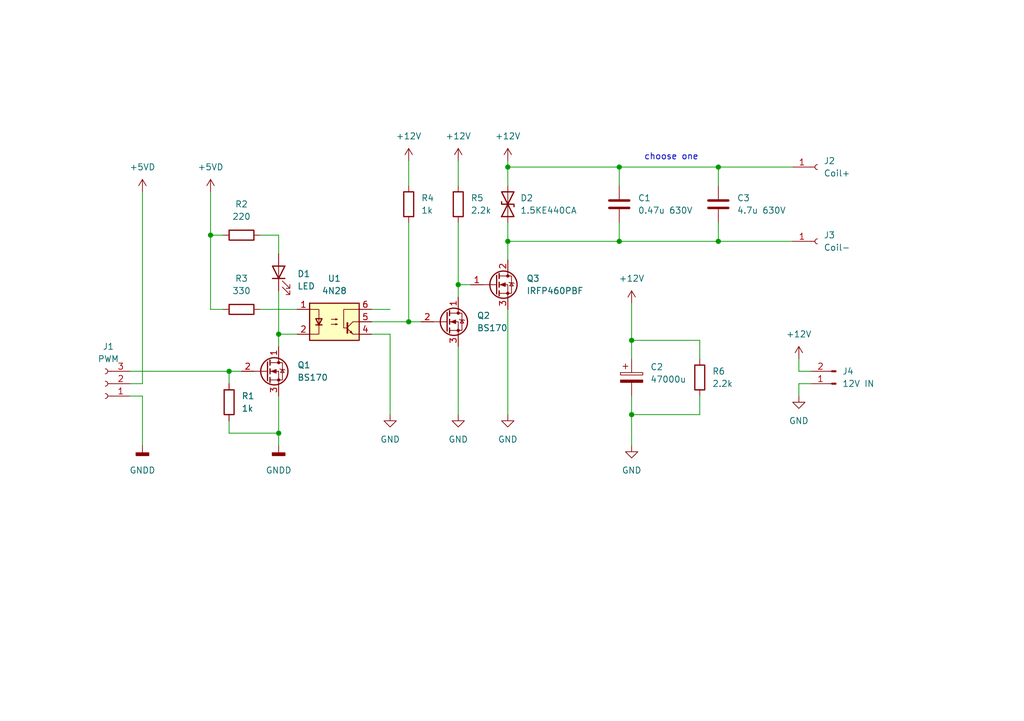
<source format=kicad_sch>
(kicad_sch (version 20211123) (generator eeschema)

  (uuid e63e39d7-6ac0-4ffd-8aa3-1841a4541b55)

  (paper "A5")

  (title_block
    (title "spark_calibrator")
    (rev "v01")
    (company "Author: felhub")
  )

  (lib_symbols
    (symbol "Connector:Conn_01x01_Female" (pin_names (offset 1.016) hide) (in_bom yes) (on_board yes)
      (property "Reference" "J" (id 0) (at 0 2.54 0)
        (effects (font (size 1.27 1.27)))
      )
      (property "Value" "Conn_01x01_Female" (id 1) (at 0 -2.54 0)
        (effects (font (size 1.27 1.27)))
      )
      (property "Footprint" "" (id 2) (at 0 0 0)
        (effects (font (size 1.27 1.27)) hide)
      )
      (property "Datasheet" "~" (id 3) (at 0 0 0)
        (effects (font (size 1.27 1.27)) hide)
      )
      (property "ki_keywords" "connector" (id 4) (at 0 0 0)
        (effects (font (size 1.27 1.27)) hide)
      )
      (property "ki_description" "Generic connector, single row, 01x01, script generated (kicad-library-utils/schlib/autogen/connector/)" (id 5) (at 0 0 0)
        (effects (font (size 1.27 1.27)) hide)
      )
      (property "ki_fp_filters" "Connector*:*" (id 6) (at 0 0 0)
        (effects (font (size 1.27 1.27)) hide)
      )
      (symbol "Conn_01x01_Female_1_1"
        (polyline
          (pts
            (xy -1.27 0)
            (xy -0.508 0)
          )
          (stroke (width 0.1524) (type default) (color 0 0 0 0))
          (fill (type none))
        )
        (arc (start 0 0.508) (mid -0.508 0) (end 0 -0.508)
          (stroke (width 0.1524) (type default) (color 0 0 0 0))
          (fill (type none))
        )
        (pin passive line (at -5.08 0 0) (length 3.81)
          (name "Pin_1" (effects (font (size 1.27 1.27))))
          (number "1" (effects (font (size 1.27 1.27))))
        )
      )
    )
    (symbol "Connector:Conn_01x02_Male" (pin_names (offset 1.016) hide) (in_bom yes) (on_board yes)
      (property "Reference" "J" (id 0) (at 0 2.54 0)
        (effects (font (size 1.27 1.27)))
      )
      (property "Value" "Conn_01x02_Male" (id 1) (at 0 -5.08 0)
        (effects (font (size 1.27 1.27)))
      )
      (property "Footprint" "" (id 2) (at 0 0 0)
        (effects (font (size 1.27 1.27)) hide)
      )
      (property "Datasheet" "~" (id 3) (at 0 0 0)
        (effects (font (size 1.27 1.27)) hide)
      )
      (property "ki_keywords" "connector" (id 4) (at 0 0 0)
        (effects (font (size 1.27 1.27)) hide)
      )
      (property "ki_description" "Generic connector, single row, 01x02, script generated (kicad-library-utils/schlib/autogen/connector/)" (id 5) (at 0 0 0)
        (effects (font (size 1.27 1.27)) hide)
      )
      (property "ki_fp_filters" "Connector*:*_1x??_*" (id 6) (at 0 0 0)
        (effects (font (size 1.27 1.27)) hide)
      )
      (symbol "Conn_01x02_Male_1_1"
        (polyline
          (pts
            (xy 1.27 -2.54)
            (xy 0.8636 -2.54)
          )
          (stroke (width 0.1524) (type default) (color 0 0 0 0))
          (fill (type none))
        )
        (polyline
          (pts
            (xy 1.27 0)
            (xy 0.8636 0)
          )
          (stroke (width 0.1524) (type default) (color 0 0 0 0))
          (fill (type none))
        )
        (rectangle (start 0.8636 -2.413) (end 0 -2.667)
          (stroke (width 0.1524) (type default) (color 0 0 0 0))
          (fill (type outline))
        )
        (rectangle (start 0.8636 0.127) (end 0 -0.127)
          (stroke (width 0.1524) (type default) (color 0 0 0 0))
          (fill (type outline))
        )
        (pin passive line (at 5.08 0 180) (length 3.81)
          (name "Pin_1" (effects (font (size 1.27 1.27))))
          (number "1" (effects (font (size 1.27 1.27))))
        )
        (pin passive line (at 5.08 -2.54 180) (length 3.81)
          (name "Pin_2" (effects (font (size 1.27 1.27))))
          (number "2" (effects (font (size 1.27 1.27))))
        )
      )
    )
    (symbol "Connector:Conn_01x03_Female" (pin_names (offset 1.016) hide) (in_bom yes) (on_board yes)
      (property "Reference" "J" (id 0) (at 0 5.08 0)
        (effects (font (size 1.27 1.27)))
      )
      (property "Value" "Conn_01x03_Female" (id 1) (at 0 -5.08 0)
        (effects (font (size 1.27 1.27)))
      )
      (property "Footprint" "" (id 2) (at 0 0 0)
        (effects (font (size 1.27 1.27)) hide)
      )
      (property "Datasheet" "~" (id 3) (at 0 0 0)
        (effects (font (size 1.27 1.27)) hide)
      )
      (property "ki_keywords" "connector" (id 4) (at 0 0 0)
        (effects (font (size 1.27 1.27)) hide)
      )
      (property "ki_description" "Generic connector, single row, 01x03, script generated (kicad-library-utils/schlib/autogen/connector/)" (id 5) (at 0 0 0)
        (effects (font (size 1.27 1.27)) hide)
      )
      (property "ki_fp_filters" "Connector*:*_1x??_*" (id 6) (at 0 0 0)
        (effects (font (size 1.27 1.27)) hide)
      )
      (symbol "Conn_01x03_Female_1_1"
        (arc (start 0 -2.032) (mid -0.508 -2.54) (end 0 -3.048)
          (stroke (width 0.1524) (type default) (color 0 0 0 0))
          (fill (type none))
        )
        (polyline
          (pts
            (xy -1.27 -2.54)
            (xy -0.508 -2.54)
          )
          (stroke (width 0.1524) (type default) (color 0 0 0 0))
          (fill (type none))
        )
        (polyline
          (pts
            (xy -1.27 0)
            (xy -0.508 0)
          )
          (stroke (width 0.1524) (type default) (color 0 0 0 0))
          (fill (type none))
        )
        (polyline
          (pts
            (xy -1.27 2.54)
            (xy -0.508 2.54)
          )
          (stroke (width 0.1524) (type default) (color 0 0 0 0))
          (fill (type none))
        )
        (arc (start 0 0.508) (mid -0.508 0) (end 0 -0.508)
          (stroke (width 0.1524) (type default) (color 0 0 0 0))
          (fill (type none))
        )
        (arc (start 0 3.048) (mid -0.508 2.54) (end 0 2.032)
          (stroke (width 0.1524) (type default) (color 0 0 0 0))
          (fill (type none))
        )
        (pin passive line (at -5.08 2.54 0) (length 3.81)
          (name "Pin_1" (effects (font (size 1.27 1.27))))
          (number "1" (effects (font (size 1.27 1.27))))
        )
        (pin passive line (at -5.08 0 0) (length 3.81)
          (name "Pin_2" (effects (font (size 1.27 1.27))))
          (number "2" (effects (font (size 1.27 1.27))))
        )
        (pin passive line (at -5.08 -2.54 0) (length 3.81)
          (name "Pin_3" (effects (font (size 1.27 1.27))))
          (number "3" (effects (font (size 1.27 1.27))))
        )
      )
    )
    (symbol "Device:C" (pin_numbers hide) (pin_names (offset 0.254)) (in_bom yes) (on_board yes)
      (property "Reference" "C" (id 0) (at 0.635 2.54 0)
        (effects (font (size 1.27 1.27)) (justify left))
      )
      (property "Value" "C" (id 1) (at 0.635 -2.54 0)
        (effects (font (size 1.27 1.27)) (justify left))
      )
      (property "Footprint" "" (id 2) (at 0.9652 -3.81 0)
        (effects (font (size 1.27 1.27)) hide)
      )
      (property "Datasheet" "~" (id 3) (at 0 0 0)
        (effects (font (size 1.27 1.27)) hide)
      )
      (property "ki_keywords" "cap capacitor" (id 4) (at 0 0 0)
        (effects (font (size 1.27 1.27)) hide)
      )
      (property "ki_description" "Unpolarized capacitor" (id 5) (at 0 0 0)
        (effects (font (size 1.27 1.27)) hide)
      )
      (property "ki_fp_filters" "C_*" (id 6) (at 0 0 0)
        (effects (font (size 1.27 1.27)) hide)
      )
      (symbol "C_0_1"
        (polyline
          (pts
            (xy -2.032 -0.762)
            (xy 2.032 -0.762)
          )
          (stroke (width 0.508) (type default) (color 0 0 0 0))
          (fill (type none))
        )
        (polyline
          (pts
            (xy -2.032 0.762)
            (xy 2.032 0.762)
          )
          (stroke (width 0.508) (type default) (color 0 0 0 0))
          (fill (type none))
        )
      )
      (symbol "C_1_1"
        (pin passive line (at 0 3.81 270) (length 2.794)
          (name "~" (effects (font (size 1.27 1.27))))
          (number "1" (effects (font (size 1.27 1.27))))
        )
        (pin passive line (at 0 -3.81 90) (length 2.794)
          (name "~" (effects (font (size 1.27 1.27))))
          (number "2" (effects (font (size 1.27 1.27))))
        )
      )
    )
    (symbol "Device:C_Polarized" (pin_numbers hide) (pin_names (offset 0.254)) (in_bom yes) (on_board yes)
      (property "Reference" "C" (id 0) (at 0.635 2.54 0)
        (effects (font (size 1.27 1.27)) (justify left))
      )
      (property "Value" "C_Polarized" (id 1) (at 0.635 -2.54 0)
        (effects (font (size 1.27 1.27)) (justify left))
      )
      (property "Footprint" "" (id 2) (at 0.9652 -3.81 0)
        (effects (font (size 1.27 1.27)) hide)
      )
      (property "Datasheet" "~" (id 3) (at 0 0 0)
        (effects (font (size 1.27 1.27)) hide)
      )
      (property "ki_keywords" "cap capacitor" (id 4) (at 0 0 0)
        (effects (font (size 1.27 1.27)) hide)
      )
      (property "ki_description" "Polarized capacitor" (id 5) (at 0 0 0)
        (effects (font (size 1.27 1.27)) hide)
      )
      (property "ki_fp_filters" "CP_*" (id 6) (at 0 0 0)
        (effects (font (size 1.27 1.27)) hide)
      )
      (symbol "C_Polarized_0_1"
        (rectangle (start -2.286 0.508) (end 2.286 1.016)
          (stroke (width 0) (type default) (color 0 0 0 0))
          (fill (type none))
        )
        (polyline
          (pts
            (xy -1.778 2.286)
            (xy -0.762 2.286)
          )
          (stroke (width 0) (type default) (color 0 0 0 0))
          (fill (type none))
        )
        (polyline
          (pts
            (xy -1.27 2.794)
            (xy -1.27 1.778)
          )
          (stroke (width 0) (type default) (color 0 0 0 0))
          (fill (type none))
        )
        (rectangle (start 2.286 -0.508) (end -2.286 -1.016)
          (stroke (width 0) (type default) (color 0 0 0 0))
          (fill (type outline))
        )
      )
      (symbol "C_Polarized_1_1"
        (pin passive line (at 0 3.81 270) (length 2.794)
          (name "~" (effects (font (size 1.27 1.27))))
          (number "1" (effects (font (size 1.27 1.27))))
        )
        (pin passive line (at 0 -3.81 90) (length 2.794)
          (name "~" (effects (font (size 1.27 1.27))))
          (number "2" (effects (font (size 1.27 1.27))))
        )
      )
    )
    (symbol "Device:D_TVS" (pin_numbers hide) (pin_names (offset 1.016) hide) (in_bom yes) (on_board yes)
      (property "Reference" "D" (id 0) (at 0 2.54 0)
        (effects (font (size 1.27 1.27)))
      )
      (property "Value" "D_TVS" (id 1) (at 0 -2.54 0)
        (effects (font (size 1.27 1.27)))
      )
      (property "Footprint" "" (id 2) (at 0 0 0)
        (effects (font (size 1.27 1.27)) hide)
      )
      (property "Datasheet" "~" (id 3) (at 0 0 0)
        (effects (font (size 1.27 1.27)) hide)
      )
      (property "ki_keywords" "diode TVS thyrector" (id 4) (at 0 0 0)
        (effects (font (size 1.27 1.27)) hide)
      )
      (property "ki_description" "Bidirectional transient-voltage-suppression diode" (id 5) (at 0 0 0)
        (effects (font (size 1.27 1.27)) hide)
      )
      (property "ki_fp_filters" "TO-???* *_Diode_* *SingleDiode* D_*" (id 6) (at 0 0 0)
        (effects (font (size 1.27 1.27)) hide)
      )
      (symbol "D_TVS_0_1"
        (polyline
          (pts
            (xy 1.27 0)
            (xy -1.27 0)
          )
          (stroke (width 0) (type default) (color 0 0 0 0))
          (fill (type none))
        )
        (polyline
          (pts
            (xy 0.508 1.27)
            (xy 0 1.27)
            (xy 0 -1.27)
            (xy -0.508 -1.27)
          )
          (stroke (width 0.254) (type default) (color 0 0 0 0))
          (fill (type none))
        )
        (polyline
          (pts
            (xy -2.54 1.27)
            (xy -2.54 -1.27)
            (xy 2.54 1.27)
            (xy 2.54 -1.27)
            (xy -2.54 1.27)
          )
          (stroke (width 0.254) (type default) (color 0 0 0 0))
          (fill (type none))
        )
      )
      (symbol "D_TVS_1_1"
        (pin passive line (at -3.81 0 0) (length 2.54)
          (name "A1" (effects (font (size 1.27 1.27))))
          (number "1" (effects (font (size 1.27 1.27))))
        )
        (pin passive line (at 3.81 0 180) (length 2.54)
          (name "A2" (effects (font (size 1.27 1.27))))
          (number "2" (effects (font (size 1.27 1.27))))
        )
      )
    )
    (symbol "Device:LED" (pin_numbers hide) (pin_names (offset 1.016) hide) (in_bom yes) (on_board yes)
      (property "Reference" "D" (id 0) (at 0 2.54 0)
        (effects (font (size 1.27 1.27)))
      )
      (property "Value" "LED" (id 1) (at 0 -2.54 0)
        (effects (font (size 1.27 1.27)))
      )
      (property "Footprint" "" (id 2) (at 0 0 0)
        (effects (font (size 1.27 1.27)) hide)
      )
      (property "Datasheet" "~" (id 3) (at 0 0 0)
        (effects (font (size 1.27 1.27)) hide)
      )
      (property "ki_keywords" "LED diode" (id 4) (at 0 0 0)
        (effects (font (size 1.27 1.27)) hide)
      )
      (property "ki_description" "Light emitting diode" (id 5) (at 0 0 0)
        (effects (font (size 1.27 1.27)) hide)
      )
      (property "ki_fp_filters" "LED* LED_SMD:* LED_THT:*" (id 6) (at 0 0 0)
        (effects (font (size 1.27 1.27)) hide)
      )
      (symbol "LED_0_1"
        (polyline
          (pts
            (xy -1.27 -1.27)
            (xy -1.27 1.27)
          )
          (stroke (width 0.254) (type default) (color 0 0 0 0))
          (fill (type none))
        )
        (polyline
          (pts
            (xy -1.27 0)
            (xy 1.27 0)
          )
          (stroke (width 0) (type default) (color 0 0 0 0))
          (fill (type none))
        )
        (polyline
          (pts
            (xy 1.27 -1.27)
            (xy 1.27 1.27)
            (xy -1.27 0)
            (xy 1.27 -1.27)
          )
          (stroke (width 0.254) (type default) (color 0 0 0 0))
          (fill (type none))
        )
        (polyline
          (pts
            (xy -3.048 -0.762)
            (xy -4.572 -2.286)
            (xy -3.81 -2.286)
            (xy -4.572 -2.286)
            (xy -4.572 -1.524)
          )
          (stroke (width 0) (type default) (color 0 0 0 0))
          (fill (type none))
        )
        (polyline
          (pts
            (xy -1.778 -0.762)
            (xy -3.302 -2.286)
            (xy -2.54 -2.286)
            (xy -3.302 -2.286)
            (xy -3.302 -1.524)
          )
          (stroke (width 0) (type default) (color 0 0 0 0))
          (fill (type none))
        )
      )
      (symbol "LED_1_1"
        (pin passive line (at -3.81 0 0) (length 2.54)
          (name "K" (effects (font (size 1.27 1.27))))
          (number "1" (effects (font (size 1.27 1.27))))
        )
        (pin passive line (at 3.81 0 180) (length 2.54)
          (name "A" (effects (font (size 1.27 1.27))))
          (number "2" (effects (font (size 1.27 1.27))))
        )
      )
    )
    (symbol "Device:Q_NMOS_GDS" (pin_names (offset 0) hide) (in_bom yes) (on_board yes)
      (property "Reference" "Q" (id 0) (at 5.08 1.27 0)
        (effects (font (size 1.27 1.27)) (justify left))
      )
      (property "Value" "Q_NMOS_GDS" (id 1) (at 5.08 -1.27 0)
        (effects (font (size 1.27 1.27)) (justify left))
      )
      (property "Footprint" "" (id 2) (at 5.08 2.54 0)
        (effects (font (size 1.27 1.27)) hide)
      )
      (property "Datasheet" "~" (id 3) (at 0 0 0)
        (effects (font (size 1.27 1.27)) hide)
      )
      (property "ki_keywords" "transistor NMOS N-MOS N-MOSFET" (id 4) (at 0 0 0)
        (effects (font (size 1.27 1.27)) hide)
      )
      (property "ki_description" "N-MOSFET transistor, gate/drain/source" (id 5) (at 0 0 0)
        (effects (font (size 1.27 1.27)) hide)
      )
      (symbol "Q_NMOS_GDS_0_1"
        (polyline
          (pts
            (xy 0.254 0)
            (xy -2.54 0)
          )
          (stroke (width 0) (type default) (color 0 0 0 0))
          (fill (type none))
        )
        (polyline
          (pts
            (xy 0.254 1.905)
            (xy 0.254 -1.905)
          )
          (stroke (width 0.254) (type default) (color 0 0 0 0))
          (fill (type none))
        )
        (polyline
          (pts
            (xy 0.762 -1.27)
            (xy 0.762 -2.286)
          )
          (stroke (width 0.254) (type default) (color 0 0 0 0))
          (fill (type none))
        )
        (polyline
          (pts
            (xy 0.762 0.508)
            (xy 0.762 -0.508)
          )
          (stroke (width 0.254) (type default) (color 0 0 0 0))
          (fill (type none))
        )
        (polyline
          (pts
            (xy 0.762 2.286)
            (xy 0.762 1.27)
          )
          (stroke (width 0.254) (type default) (color 0 0 0 0))
          (fill (type none))
        )
        (polyline
          (pts
            (xy 2.54 2.54)
            (xy 2.54 1.778)
          )
          (stroke (width 0) (type default) (color 0 0 0 0))
          (fill (type none))
        )
        (polyline
          (pts
            (xy 2.54 -2.54)
            (xy 2.54 0)
            (xy 0.762 0)
          )
          (stroke (width 0) (type default) (color 0 0 0 0))
          (fill (type none))
        )
        (polyline
          (pts
            (xy 0.762 -1.778)
            (xy 3.302 -1.778)
            (xy 3.302 1.778)
            (xy 0.762 1.778)
          )
          (stroke (width 0) (type default) (color 0 0 0 0))
          (fill (type none))
        )
        (polyline
          (pts
            (xy 1.016 0)
            (xy 2.032 0.381)
            (xy 2.032 -0.381)
            (xy 1.016 0)
          )
          (stroke (width 0) (type default) (color 0 0 0 0))
          (fill (type outline))
        )
        (polyline
          (pts
            (xy 2.794 0.508)
            (xy 2.921 0.381)
            (xy 3.683 0.381)
            (xy 3.81 0.254)
          )
          (stroke (width 0) (type default) (color 0 0 0 0))
          (fill (type none))
        )
        (polyline
          (pts
            (xy 3.302 0.381)
            (xy 2.921 -0.254)
            (xy 3.683 -0.254)
            (xy 3.302 0.381)
          )
          (stroke (width 0) (type default) (color 0 0 0 0))
          (fill (type none))
        )
        (circle (center 1.651 0) (radius 2.794)
          (stroke (width 0.254) (type default) (color 0 0 0 0))
          (fill (type none))
        )
        (circle (center 2.54 -1.778) (radius 0.254)
          (stroke (width 0) (type default) (color 0 0 0 0))
          (fill (type outline))
        )
        (circle (center 2.54 1.778) (radius 0.254)
          (stroke (width 0) (type default) (color 0 0 0 0))
          (fill (type outline))
        )
      )
      (symbol "Q_NMOS_GDS_1_1"
        (pin input line (at -5.08 0 0) (length 2.54)
          (name "G" (effects (font (size 1.27 1.27))))
          (number "1" (effects (font (size 1.27 1.27))))
        )
        (pin passive line (at 2.54 5.08 270) (length 2.54)
          (name "D" (effects (font (size 1.27 1.27))))
          (number "2" (effects (font (size 1.27 1.27))))
        )
        (pin passive line (at 2.54 -5.08 90) (length 2.54)
          (name "S" (effects (font (size 1.27 1.27))))
          (number "3" (effects (font (size 1.27 1.27))))
        )
      )
    )
    (symbol "Device:R" (pin_numbers hide) (pin_names (offset 0)) (in_bom yes) (on_board yes)
      (property "Reference" "R" (id 0) (at 2.032 0 90)
        (effects (font (size 1.27 1.27)))
      )
      (property "Value" "R" (id 1) (at 0 0 90)
        (effects (font (size 1.27 1.27)))
      )
      (property "Footprint" "" (id 2) (at -1.778 0 90)
        (effects (font (size 1.27 1.27)) hide)
      )
      (property "Datasheet" "~" (id 3) (at 0 0 0)
        (effects (font (size 1.27 1.27)) hide)
      )
      (property "ki_keywords" "R res resistor" (id 4) (at 0 0 0)
        (effects (font (size 1.27 1.27)) hide)
      )
      (property "ki_description" "Resistor" (id 5) (at 0 0 0)
        (effects (font (size 1.27 1.27)) hide)
      )
      (property "ki_fp_filters" "R_*" (id 6) (at 0 0 0)
        (effects (font (size 1.27 1.27)) hide)
      )
      (symbol "R_0_1"
        (rectangle (start -1.016 -2.54) (end 1.016 2.54)
          (stroke (width 0.254) (type default) (color 0 0 0 0))
          (fill (type none))
        )
      )
      (symbol "R_1_1"
        (pin passive line (at 0 3.81 270) (length 1.27)
          (name "~" (effects (font (size 1.27 1.27))))
          (number "1" (effects (font (size 1.27 1.27))))
        )
        (pin passive line (at 0 -3.81 90) (length 1.27)
          (name "~" (effects (font (size 1.27 1.27))))
          (number "2" (effects (font (size 1.27 1.27))))
        )
      )
    )
    (symbol "Isolator:4N28" (pin_names (offset 1.016)) (in_bom yes) (on_board yes)
      (property "Reference" "U" (id 0) (at -5.08 5.08 0)
        (effects (font (size 1.27 1.27)) (justify left))
      )
      (property "Value" "4N28" (id 1) (at 0 5.08 0)
        (effects (font (size 1.27 1.27)) (justify left))
      )
      (property "Footprint" "Package_DIP:DIP-6_W7.62mm" (id 2) (at -5.08 -5.08 0)
        (effects (font (size 1.27 1.27) italic) (justify left) hide)
      )
      (property "Datasheet" "https://www.vishay.com/docs/83725/4n25.pdf" (id 3) (at 0 0 0)
        (effects (font (size 1.27 1.27)) (justify left) hide)
      )
      (property "ki_keywords" "NPN DC Optocoupler Base Connected" (id 4) (at 0 0 0)
        (effects (font (size 1.27 1.27)) hide)
      )
      (property "ki_description" "DC Optocoupler Base Connected, Vce 30V, CTR 10%, Viso 2500V, DIP6" (id 5) (at 0 0 0)
        (effects (font (size 1.27 1.27)) hide)
      )
      (property "ki_fp_filters" "DIP*W7.62mm*" (id 6) (at 0 0 0)
        (effects (font (size 1.27 1.27)) hide)
      )
      (symbol "4N28_0_1"
        (rectangle (start -5.08 3.81) (end 5.08 -3.81)
          (stroke (width 0.254) (type default) (color 0 0 0 0))
          (fill (type background))
        )
        (polyline
          (pts
            (xy -3.81 -0.635)
            (xy -2.54 -0.635)
          )
          (stroke (width 0.254) (type default) (color 0 0 0 0))
          (fill (type none))
        )
        (polyline
          (pts
            (xy 2.667 -1.397)
            (xy 3.81 -2.54)
          )
          (stroke (width 0) (type default) (color 0 0 0 0))
          (fill (type none))
        )
        (polyline
          (pts
            (xy 2.667 -1.143)
            (xy 3.81 0)
          )
          (stroke (width 0) (type default) (color 0 0 0 0))
          (fill (type none))
        )
        (polyline
          (pts
            (xy 3.81 -2.54)
            (xy 5.08 -2.54)
          )
          (stroke (width 0) (type default) (color 0 0 0 0))
          (fill (type none))
        )
        (polyline
          (pts
            (xy 3.81 0)
            (xy 5.08 0)
          )
          (stroke (width 0) (type default) (color 0 0 0 0))
          (fill (type none))
        )
        (polyline
          (pts
            (xy 2.667 -0.254)
            (xy 2.667 -2.286)
            (xy 2.667 -2.286)
          )
          (stroke (width 0.3556) (type default) (color 0 0 0 0))
          (fill (type none))
        )
        (polyline
          (pts
            (xy -5.08 -2.54)
            (xy -3.175 -2.54)
            (xy -3.175 2.54)
            (xy -5.08 2.54)
          )
          (stroke (width 0) (type default) (color 0 0 0 0))
          (fill (type none))
        )
        (polyline
          (pts
            (xy -3.175 -0.635)
            (xy -3.81 0.635)
            (xy -2.54 0.635)
            (xy -3.175 -0.635)
          )
          (stroke (width 0.254) (type default) (color 0 0 0 0))
          (fill (type none))
        )
        (polyline
          (pts
            (xy 3.683 -2.413)
            (xy 3.429 -1.905)
            (xy 3.175 -2.159)
            (xy 3.683 -2.413)
          )
          (stroke (width 0) (type default) (color 0 0 0 0))
          (fill (type none))
        )
        (polyline
          (pts
            (xy 5.08 2.54)
            (xy 1.905 2.54)
            (xy 1.905 -1.27)
            (xy 2.54 -1.27)
          )
          (stroke (width 0) (type default) (color 0 0 0 0))
          (fill (type none))
        )
        (polyline
          (pts
            (xy -0.635 -0.508)
            (xy 0.635 -0.508)
            (xy 0.254 -0.635)
            (xy 0.254 -0.381)
            (xy 0.635 -0.508)
          )
          (stroke (width 0) (type default) (color 0 0 0 0))
          (fill (type none))
        )
        (polyline
          (pts
            (xy -0.635 0.508)
            (xy 0.635 0.508)
            (xy 0.254 0.381)
            (xy 0.254 0.635)
            (xy 0.635 0.508)
          )
          (stroke (width 0) (type default) (color 0 0 0 0))
          (fill (type none))
        )
      )
      (symbol "4N28_1_1"
        (pin passive line (at -7.62 2.54 0) (length 2.54)
          (name "~" (effects (font (size 1.27 1.27))))
          (number "1" (effects (font (size 1.27 1.27))))
        )
        (pin passive line (at -7.62 -2.54 0) (length 2.54)
          (name "~" (effects (font (size 1.27 1.27))))
          (number "2" (effects (font (size 1.27 1.27))))
        )
        (pin no_connect line (at -5.08 0 0) (length 2.54) hide
          (name "NC" (effects (font (size 1.27 1.27))))
          (number "3" (effects (font (size 1.27 1.27))))
        )
        (pin passive line (at 7.62 -2.54 180) (length 2.54)
          (name "~" (effects (font (size 1.27 1.27))))
          (number "4" (effects (font (size 1.27 1.27))))
        )
        (pin passive line (at 7.62 0 180) (length 2.54)
          (name "~" (effects (font (size 1.27 1.27))))
          (number "5" (effects (font (size 1.27 1.27))))
        )
        (pin passive line (at 7.62 2.54 180) (length 2.54)
          (name "~" (effects (font (size 1.27 1.27))))
          (number "6" (effects (font (size 1.27 1.27))))
        )
      )
    )
    (symbol "Transistor_FET:BS170" (pin_names hide) (in_bom yes) (on_board yes)
      (property "Reference" "Q" (id 0) (at 5.08 1.905 0)
        (effects (font (size 1.27 1.27)) (justify left))
      )
      (property "Value" "BS170" (id 1) (at 5.08 0 0)
        (effects (font (size 1.27 1.27)) (justify left))
      )
      (property "Footprint" "Package_TO_SOT_THT:TO-92_Inline" (id 2) (at 5.08 -1.905 0)
        (effects (font (size 1.27 1.27) italic) (justify left) hide)
      )
      (property "Datasheet" "https://www.onsemi.com/pub/Collateral/BS170-D.PDF" (id 3) (at 0 0 0)
        (effects (font (size 1.27 1.27)) (justify left) hide)
      )
      (property "ki_keywords" "N-Channel MOSFET" (id 4) (at 0 0 0)
        (effects (font (size 1.27 1.27)) hide)
      )
      (property "ki_description" "0.5A Id, 60V Vds, N-Channel MOSFET, TO-92" (id 5) (at 0 0 0)
        (effects (font (size 1.27 1.27)) hide)
      )
      (property "ki_fp_filters" "TO?92*" (id 6) (at 0 0 0)
        (effects (font (size 1.27 1.27)) hide)
      )
      (symbol "BS170_0_1"
        (polyline
          (pts
            (xy 0.254 0)
            (xy -2.54 0)
          )
          (stroke (width 0) (type default) (color 0 0 0 0))
          (fill (type none))
        )
        (polyline
          (pts
            (xy 0.254 1.905)
            (xy 0.254 -1.905)
          )
          (stroke (width 0.254) (type default) (color 0 0 0 0))
          (fill (type none))
        )
        (polyline
          (pts
            (xy 0.762 -1.27)
            (xy 0.762 -2.286)
          )
          (stroke (width 0.254) (type default) (color 0 0 0 0))
          (fill (type none))
        )
        (polyline
          (pts
            (xy 0.762 0.508)
            (xy 0.762 -0.508)
          )
          (stroke (width 0.254) (type default) (color 0 0 0 0))
          (fill (type none))
        )
        (polyline
          (pts
            (xy 0.762 2.286)
            (xy 0.762 1.27)
          )
          (stroke (width 0.254) (type default) (color 0 0 0 0))
          (fill (type none))
        )
        (polyline
          (pts
            (xy 2.54 2.54)
            (xy 2.54 1.778)
          )
          (stroke (width 0) (type default) (color 0 0 0 0))
          (fill (type none))
        )
        (polyline
          (pts
            (xy 2.54 -2.54)
            (xy 2.54 0)
            (xy 0.762 0)
          )
          (stroke (width 0) (type default) (color 0 0 0 0))
          (fill (type none))
        )
        (polyline
          (pts
            (xy 0.762 -1.778)
            (xy 3.302 -1.778)
            (xy 3.302 1.778)
            (xy 0.762 1.778)
          )
          (stroke (width 0) (type default) (color 0 0 0 0))
          (fill (type none))
        )
        (polyline
          (pts
            (xy 1.016 0)
            (xy 2.032 0.381)
            (xy 2.032 -0.381)
            (xy 1.016 0)
          )
          (stroke (width 0) (type default) (color 0 0 0 0))
          (fill (type outline))
        )
        (polyline
          (pts
            (xy 2.794 0.508)
            (xy 2.921 0.381)
            (xy 3.683 0.381)
            (xy 3.81 0.254)
          )
          (stroke (width 0) (type default) (color 0 0 0 0))
          (fill (type none))
        )
        (polyline
          (pts
            (xy 3.302 0.381)
            (xy 2.921 -0.254)
            (xy 3.683 -0.254)
            (xy 3.302 0.381)
          )
          (stroke (width 0) (type default) (color 0 0 0 0))
          (fill (type none))
        )
        (circle (center 1.651 0) (radius 2.794)
          (stroke (width 0.254) (type default) (color 0 0 0 0))
          (fill (type none))
        )
        (circle (center 2.54 -1.778) (radius 0.254)
          (stroke (width 0) (type default) (color 0 0 0 0))
          (fill (type outline))
        )
        (circle (center 2.54 1.778) (radius 0.254)
          (stroke (width 0) (type default) (color 0 0 0 0))
          (fill (type outline))
        )
      )
      (symbol "BS170_1_1"
        (pin passive line (at 2.54 5.08 270) (length 2.54)
          (name "D" (effects (font (size 1.27 1.27))))
          (number "1" (effects (font (size 1.27 1.27))))
        )
        (pin input line (at -5.08 0 0) (length 2.54)
          (name "G" (effects (font (size 1.27 1.27))))
          (number "2" (effects (font (size 1.27 1.27))))
        )
        (pin passive line (at 2.54 -5.08 90) (length 2.54)
          (name "S" (effects (font (size 1.27 1.27))))
          (number "3" (effects (font (size 1.27 1.27))))
        )
      )
    )
    (symbol "power:+12V" (power) (pin_names (offset 0)) (in_bom yes) (on_board yes)
      (property "Reference" "#PWR" (id 0) (at 0 -3.81 0)
        (effects (font (size 1.27 1.27)) hide)
      )
      (property "Value" "+12V" (id 1) (at 0 3.556 0)
        (effects (font (size 1.27 1.27)))
      )
      (property "Footprint" "" (id 2) (at 0 0 0)
        (effects (font (size 1.27 1.27)) hide)
      )
      (property "Datasheet" "" (id 3) (at 0 0 0)
        (effects (font (size 1.27 1.27)) hide)
      )
      (property "ki_keywords" "power-flag" (id 4) (at 0 0 0)
        (effects (font (size 1.27 1.27)) hide)
      )
      (property "ki_description" "Power symbol creates a global label with name \"+12V\"" (id 5) (at 0 0 0)
        (effects (font (size 1.27 1.27)) hide)
      )
      (symbol "+12V_0_1"
        (polyline
          (pts
            (xy -0.762 1.27)
            (xy 0 2.54)
          )
          (stroke (width 0) (type default) (color 0 0 0 0))
          (fill (type none))
        )
        (polyline
          (pts
            (xy 0 0)
            (xy 0 2.54)
          )
          (stroke (width 0) (type default) (color 0 0 0 0))
          (fill (type none))
        )
        (polyline
          (pts
            (xy 0 2.54)
            (xy 0.762 1.27)
          )
          (stroke (width 0) (type default) (color 0 0 0 0))
          (fill (type none))
        )
      )
      (symbol "+12V_1_1"
        (pin power_in line (at 0 0 90) (length 0) hide
          (name "+12V" (effects (font (size 1.27 1.27))))
          (number "1" (effects (font (size 1.27 1.27))))
        )
      )
    )
    (symbol "power:+5VD" (power) (pin_names (offset 0)) (in_bom yes) (on_board yes)
      (property "Reference" "#PWR" (id 0) (at 0 -3.81 0)
        (effects (font (size 1.27 1.27)) hide)
      )
      (property "Value" "+5VD" (id 1) (at 0 3.556 0)
        (effects (font (size 1.27 1.27)))
      )
      (property "Footprint" "" (id 2) (at 0 0 0)
        (effects (font (size 1.27 1.27)) hide)
      )
      (property "Datasheet" "" (id 3) (at 0 0 0)
        (effects (font (size 1.27 1.27)) hide)
      )
      (property "ki_keywords" "power-flag" (id 4) (at 0 0 0)
        (effects (font (size 1.27 1.27)) hide)
      )
      (property "ki_description" "Power symbol creates a global label with name \"+5VD\"" (id 5) (at 0 0 0)
        (effects (font (size 1.27 1.27)) hide)
      )
      (symbol "+5VD_0_1"
        (polyline
          (pts
            (xy -0.762 1.27)
            (xy 0 2.54)
          )
          (stroke (width 0) (type default) (color 0 0 0 0))
          (fill (type none))
        )
        (polyline
          (pts
            (xy 0 0)
            (xy 0 2.54)
          )
          (stroke (width 0) (type default) (color 0 0 0 0))
          (fill (type none))
        )
        (polyline
          (pts
            (xy 0 2.54)
            (xy 0.762 1.27)
          )
          (stroke (width 0) (type default) (color 0 0 0 0))
          (fill (type none))
        )
      )
      (symbol "+5VD_1_1"
        (pin power_in line (at 0 0 90) (length 0) hide
          (name "+5VD" (effects (font (size 1.27 1.27))))
          (number "1" (effects (font (size 1.27 1.27))))
        )
      )
    )
    (symbol "power:GND" (power) (pin_names (offset 0)) (in_bom yes) (on_board yes)
      (property "Reference" "#PWR" (id 0) (at 0 -6.35 0)
        (effects (font (size 1.27 1.27)) hide)
      )
      (property "Value" "GND" (id 1) (at 0 -3.81 0)
        (effects (font (size 1.27 1.27)))
      )
      (property "Footprint" "" (id 2) (at 0 0 0)
        (effects (font (size 1.27 1.27)) hide)
      )
      (property "Datasheet" "" (id 3) (at 0 0 0)
        (effects (font (size 1.27 1.27)) hide)
      )
      (property "ki_keywords" "power-flag" (id 4) (at 0 0 0)
        (effects (font (size 1.27 1.27)) hide)
      )
      (property "ki_description" "Power symbol creates a global label with name \"GND\" , ground" (id 5) (at 0 0 0)
        (effects (font (size 1.27 1.27)) hide)
      )
      (symbol "GND_0_1"
        (polyline
          (pts
            (xy 0 0)
            (xy 0 -1.27)
            (xy 1.27 -1.27)
            (xy 0 -2.54)
            (xy -1.27 -1.27)
            (xy 0 -1.27)
          )
          (stroke (width 0) (type default) (color 0 0 0 0))
          (fill (type none))
        )
      )
      (symbol "GND_1_1"
        (pin power_in line (at 0 0 270) (length 0) hide
          (name "GND" (effects (font (size 1.27 1.27))))
          (number "1" (effects (font (size 1.27 1.27))))
        )
      )
    )
    (symbol "power:GNDD" (power) (pin_names (offset 0)) (in_bom yes) (on_board yes)
      (property "Reference" "#PWR" (id 0) (at 0 -6.35 0)
        (effects (font (size 1.27 1.27)) hide)
      )
      (property "Value" "GNDD" (id 1) (at 0 -3.175 0)
        (effects (font (size 1.27 1.27)))
      )
      (property "Footprint" "" (id 2) (at 0 0 0)
        (effects (font (size 1.27 1.27)) hide)
      )
      (property "Datasheet" "" (id 3) (at 0 0 0)
        (effects (font (size 1.27 1.27)) hide)
      )
      (property "ki_keywords" "power-flag" (id 4) (at 0 0 0)
        (effects (font (size 1.27 1.27)) hide)
      )
      (property "ki_description" "Power symbol creates a global label with name \"GNDD\" , digital ground" (id 5) (at 0 0 0)
        (effects (font (size 1.27 1.27)) hide)
      )
      (symbol "GNDD_0_1"
        (rectangle (start -1.27 -1.524) (end 1.27 -2.032)
          (stroke (width 0.254) (type default) (color 0 0 0 0))
          (fill (type outline))
        )
        (polyline
          (pts
            (xy 0 0)
            (xy 0 -1.524)
          )
          (stroke (width 0) (type default) (color 0 0 0 0))
          (fill (type none))
        )
      )
      (symbol "GNDD_1_1"
        (pin power_in line (at 0 0 270) (length 0) hide
          (name "GNDD" (effects (font (size 1.27 1.27))))
          (number "1" (effects (font (size 1.27 1.27))))
        )
      )
    )
  )

  (junction (at 127 34.29) (diameter 0) (color 0 0 0 0)
    (uuid 16b8eb60-80f0-442d-8743-a5c8fa03e869)
  )
  (junction (at 129.54 69.85) (diameter 0) (color 0 0 0 0)
    (uuid 23c27d09-8e6c-485e-992d-9b8ede87e6dc)
  )
  (junction (at 93.98 58.42) (diameter 0) (color 0 0 0 0)
    (uuid 56cd4d5b-129a-4cf8-9eb6-c8fc63a1a3ab)
  )
  (junction (at 46.99 76.2) (diameter 0) (color 0 0 0 0)
    (uuid 5828021f-4c7a-4d8d-b434-1601ca6e3bc7)
  )
  (junction (at 147.32 34.29) (diameter 0) (color 0 0 0 0)
    (uuid 59f73958-ed72-42ad-925d-938123b73d0b)
  )
  (junction (at 104.14 49.53) (diameter 0) (color 0 0 0 0)
    (uuid 6c1e9e68-4e75-4eed-9712-c74d7eebfaa3)
  )
  (junction (at 83.82 66.04) (diameter 0) (color 0 0 0 0)
    (uuid 7260ab9b-6a4f-43d1-8966-6ee8bb451cf0)
  )
  (junction (at 104.14 34.29) (diameter 0) (color 0 0 0 0)
    (uuid 78fe10b4-84bd-4aa1-9957-bccabadf5bad)
  )
  (junction (at 57.15 68.58) (diameter 0) (color 0 0 0 0)
    (uuid 7b8bbc5c-689c-4e2d-95fa-6c221ac250d9)
  )
  (junction (at 147.32 49.53) (diameter 0) (color 0 0 0 0)
    (uuid 85872e8a-9e1d-49fa-bc3f-8c6b7ab64732)
  )
  (junction (at 43.18 48.26) (diameter 0) (color 0 0 0 0)
    (uuid b2a6c731-a27f-4921-a005-90f6c1292825)
  )
  (junction (at 129.54 85.09) (diameter 0) (color 0 0 0 0)
    (uuid bb4977c1-c5ea-4d5a-ba70-903e7a0f4d2e)
  )
  (junction (at 127 49.53) (diameter 0) (color 0 0 0 0)
    (uuid e0c3cfb6-c1df-42ef-b490-624c6637e557)
  )
  (junction (at 57.15 88.9) (diameter 0) (color 0 0 0 0)
    (uuid ea77dbb4-3f57-4adb-8198-b40761cee7e2)
  )

  (wire (pts (xy 143.51 81.28) (xy 143.51 85.09))
    (stroke (width 0) (type default) (color 0 0 0 0))
    (uuid 0961d98c-3a26-453b-9d7d-3dcc39d122c0)
  )
  (wire (pts (xy 166.37 76.2) (xy 163.83 76.2))
    (stroke (width 0) (type default) (color 0 0 0 0))
    (uuid 10f08e82-87d2-4ccf-a29a-60cf23cc7f41)
  )
  (wire (pts (xy 163.83 78.74) (xy 166.37 78.74))
    (stroke (width 0) (type default) (color 0 0 0 0))
    (uuid 11193139-e627-47b8-acb2-c7465a48e18b)
  )
  (wire (pts (xy 57.15 48.26) (xy 57.15 52.07))
    (stroke (width 0) (type default) (color 0 0 0 0))
    (uuid 12f7d72c-9579-4f97-87b0-59a00a1bfa3b)
  )
  (wire (pts (xy 57.15 81.28) (xy 57.15 88.9))
    (stroke (width 0) (type default) (color 0 0 0 0))
    (uuid 13c1c8ef-836b-4be3-a856-8e786337edf9)
  )
  (wire (pts (xy 147.32 34.29) (xy 162.56 34.29))
    (stroke (width 0) (type default) (color 0 0 0 0))
    (uuid 187127d5-67c2-4dcb-b98e-4f8d33fbe42c)
  )
  (wire (pts (xy 127 34.29) (xy 127 38.1))
    (stroke (width 0) (type default) (color 0 0 0 0))
    (uuid 18cf3d0e-decb-4baa-bbca-50180b40811e)
  )
  (wire (pts (xy 57.15 68.58) (xy 57.15 71.12))
    (stroke (width 0) (type default) (color 0 0 0 0))
    (uuid 2f4d0a68-6c15-4151-936f-90d63ee0877b)
  )
  (wire (pts (xy 83.82 33.02) (xy 83.82 38.1))
    (stroke (width 0) (type default) (color 0 0 0 0))
    (uuid 310cd220-57f0-4e6c-bd30-50f39ace8f7c)
  )
  (wire (pts (xy 43.18 48.26) (xy 45.72 48.26))
    (stroke (width 0) (type default) (color 0 0 0 0))
    (uuid 344f2975-e148-408c-9f24-887013574c8c)
  )
  (wire (pts (xy 127 49.53) (xy 147.32 49.53))
    (stroke (width 0) (type default) (color 0 0 0 0))
    (uuid 36540321-07c9-4fe3-8a39-e2da408b534b)
  )
  (wire (pts (xy 46.99 86.36) (xy 46.99 88.9))
    (stroke (width 0) (type default) (color 0 0 0 0))
    (uuid 3942a0dd-3ef6-4ee5-bbb3-732ec0cc070b)
  )
  (wire (pts (xy 45.72 63.5) (xy 43.18 63.5))
    (stroke (width 0) (type default) (color 0 0 0 0))
    (uuid 42d41099-79d5-4c5a-bb6e-ea809bd2685a)
  )
  (wire (pts (xy 143.51 69.85) (xy 129.54 69.85))
    (stroke (width 0) (type default) (color 0 0 0 0))
    (uuid 44868a2a-cf18-4ebc-8b6b-60a16e85faee)
  )
  (wire (pts (xy 143.51 85.09) (xy 129.54 85.09))
    (stroke (width 0) (type default) (color 0 0 0 0))
    (uuid 48c0c4d2-e972-47da-bfe0-c16ad4519e5d)
  )
  (wire (pts (xy 57.15 88.9) (xy 57.15 91.44))
    (stroke (width 0) (type default) (color 0 0 0 0))
    (uuid 4af264ae-395c-45b2-9490-4b029fce8777)
  )
  (wire (pts (xy 29.21 39.37) (xy 29.21 78.74))
    (stroke (width 0) (type default) (color 0 0 0 0))
    (uuid 51cd79e9-f411-49dc-b479-f0fa04d09bf3)
  )
  (wire (pts (xy 53.34 48.26) (xy 57.15 48.26))
    (stroke (width 0) (type default) (color 0 0 0 0))
    (uuid 52bbdd06-759d-4e31-99a1-35fa1a89042c)
  )
  (wire (pts (xy 57.15 59.69) (xy 57.15 68.58))
    (stroke (width 0) (type default) (color 0 0 0 0))
    (uuid 52df902f-465a-4c40-8b87-107566725ad2)
  )
  (wire (pts (xy 129.54 69.85) (xy 129.54 73.66))
    (stroke (width 0) (type default) (color 0 0 0 0))
    (uuid 65047521-4e41-49c3-9492-c1677f50873f)
  )
  (wire (pts (xy 104.14 63.5) (xy 104.14 85.09))
    (stroke (width 0) (type default) (color 0 0 0 0))
    (uuid 689ef3ed-d0a6-41ab-8b9f-b0c001abfa40)
  )
  (wire (pts (xy 93.98 33.02) (xy 93.98 38.1))
    (stroke (width 0) (type default) (color 0 0 0 0))
    (uuid 68eec41a-29f9-4ce7-a35a-de47b42e2227)
  )
  (wire (pts (xy 46.99 76.2) (xy 46.99 78.74))
    (stroke (width 0) (type default) (color 0 0 0 0))
    (uuid 6a8919e7-c0bd-4230-b0d9-69f8c1de93fd)
  )
  (wire (pts (xy 104.14 49.53) (xy 127 49.53))
    (stroke (width 0) (type default) (color 0 0 0 0))
    (uuid 6cf18ead-3da8-445d-80fe-d7ccb36d5034)
  )
  (wire (pts (xy 93.98 45.72) (xy 93.98 58.42))
    (stroke (width 0) (type default) (color 0 0 0 0))
    (uuid 728bc508-cf23-44a7-9978-578577dc4f8f)
  )
  (wire (pts (xy 147.32 34.29) (xy 147.32 38.1))
    (stroke (width 0) (type default) (color 0 0 0 0))
    (uuid 7daaec9c-206a-42e6-aa15-31702f0f41f4)
  )
  (wire (pts (xy 83.82 66.04) (xy 86.36 66.04))
    (stroke (width 0) (type default) (color 0 0 0 0))
    (uuid 7f258153-4281-42f8-b604-2aa8fc18893e)
  )
  (wire (pts (xy 104.14 34.29) (xy 104.14 38.1))
    (stroke (width 0) (type default) (color 0 0 0 0))
    (uuid 89a87658-195a-430f-8d8a-159e5c95f2be)
  )
  (wire (pts (xy 129.54 62.23) (xy 129.54 69.85))
    (stroke (width 0) (type default) (color 0 0 0 0))
    (uuid 8f1128f2-aed3-4b9a-be1d-97e3c9e3e1e4)
  )
  (wire (pts (xy 46.99 88.9) (xy 57.15 88.9))
    (stroke (width 0) (type default) (color 0 0 0 0))
    (uuid 9110c732-75ec-4c8d-96fc-60e6ac0b7fa5)
  )
  (wire (pts (xy 43.18 39.37) (xy 43.18 48.26))
    (stroke (width 0) (type default) (color 0 0 0 0))
    (uuid 916b9495-fcbf-4c70-afd0-54233d7fd0d8)
  )
  (wire (pts (xy 104.14 34.29) (xy 127 34.29))
    (stroke (width 0) (type default) (color 0 0 0 0))
    (uuid 94ea48b5-ad00-453c-ac95-e43121e7103c)
  )
  (wire (pts (xy 143.51 73.66) (xy 143.51 69.85))
    (stroke (width 0) (type default) (color 0 0 0 0))
    (uuid 971f4445-f82e-43a7-9ab4-18d7e4b613f5)
  )
  (wire (pts (xy 57.15 68.58) (xy 60.96 68.58))
    (stroke (width 0) (type default) (color 0 0 0 0))
    (uuid 978630ab-ae87-4645-bb9b-53221af8571f)
  )
  (wire (pts (xy 147.32 45.72) (xy 147.32 49.53))
    (stroke (width 0) (type default) (color 0 0 0 0))
    (uuid 985a3b9c-b76b-4185-8376-4261517ccf8b)
  )
  (wire (pts (xy 80.01 68.58) (xy 80.01 85.09))
    (stroke (width 0) (type default) (color 0 0 0 0))
    (uuid a7bb2b8b-3688-479a-abbd-8d2b97c84c11)
  )
  (wire (pts (xy 29.21 81.28) (xy 29.21 91.44))
    (stroke (width 0) (type default) (color 0 0 0 0))
    (uuid aac64ca6-d53f-48b3-8daa-4939553bf1a3)
  )
  (wire (pts (xy 26.67 76.2) (xy 46.99 76.2))
    (stroke (width 0) (type default) (color 0 0 0 0))
    (uuid ac826c4e-ec73-444d-ba45-ef9ab2e40273)
  )
  (wire (pts (xy 46.99 76.2) (xy 49.53 76.2))
    (stroke (width 0) (type default) (color 0 0 0 0))
    (uuid b0c1e5a7-ec50-465d-919c-cc06c7538ea0)
  )
  (wire (pts (xy 104.14 49.53) (xy 104.14 53.34))
    (stroke (width 0) (type default) (color 0 0 0 0))
    (uuid b1417780-9b11-4cd1-920c-5a968833a23b)
  )
  (wire (pts (xy 104.14 33.02) (xy 104.14 34.29))
    (stroke (width 0) (type default) (color 0 0 0 0))
    (uuid b5714a1c-55c7-418e-9c2c-835cdda7ab4e)
  )
  (wire (pts (xy 76.2 66.04) (xy 83.82 66.04))
    (stroke (width 0) (type default) (color 0 0 0 0))
    (uuid baad9106-1188-4646-bca6-087fc6b0fc7f)
  )
  (wire (pts (xy 76.2 68.58) (xy 80.01 68.58))
    (stroke (width 0) (type default) (color 0 0 0 0))
    (uuid babd15b4-afe7-481a-88d6-6c454c0fd561)
  )
  (wire (pts (xy 104.14 45.72) (xy 104.14 49.53))
    (stroke (width 0) (type default) (color 0 0 0 0))
    (uuid bc88af27-6fe6-440c-9962-2bf0936e6ceb)
  )
  (wire (pts (xy 43.18 63.5) (xy 43.18 48.26))
    (stroke (width 0) (type default) (color 0 0 0 0))
    (uuid c82257fe-06d1-48e3-907f-737bdf5a761f)
  )
  (wire (pts (xy 147.32 49.53) (xy 162.56 49.53))
    (stroke (width 0) (type default) (color 0 0 0 0))
    (uuid ce2169fc-aac9-4143-afb1-ab20ec582be3)
  )
  (wire (pts (xy 96.52 58.42) (xy 93.98 58.42))
    (stroke (width 0) (type default) (color 0 0 0 0))
    (uuid d61d35e9-ae5d-4248-aadd-6607f8e44d93)
  )
  (wire (pts (xy 93.98 71.12) (xy 93.98 85.09))
    (stroke (width 0) (type default) (color 0 0 0 0))
    (uuid d72d702d-497f-4bad-82eb-724930a27ad6)
  )
  (wire (pts (xy 127 45.72) (xy 127 49.53))
    (stroke (width 0) (type default) (color 0 0 0 0))
    (uuid dd4c734f-379a-44f0-b625-376dcffe44ea)
  )
  (wire (pts (xy 163.83 73.66) (xy 163.83 76.2))
    (stroke (width 0) (type default) (color 0 0 0 0))
    (uuid e4a9d54a-1033-401a-8e80-ffd61c26a0dd)
  )
  (wire (pts (xy 129.54 85.09) (xy 129.54 91.44))
    (stroke (width 0) (type default) (color 0 0 0 0))
    (uuid ea5532b4-8f4f-434f-8c94-2dbdc9bc280a)
  )
  (wire (pts (xy 53.34 63.5) (xy 60.96 63.5))
    (stroke (width 0) (type default) (color 0 0 0 0))
    (uuid f0568e91-e6e6-4a7e-bbe1-fef89f031c9d)
  )
  (wire (pts (xy 129.54 81.28) (xy 129.54 85.09))
    (stroke (width 0) (type default) (color 0 0 0 0))
    (uuid f08a9b6d-c18c-4e8a-be5c-02c713843f02)
  )
  (wire (pts (xy 127 34.29) (xy 147.32 34.29))
    (stroke (width 0) (type default) (color 0 0 0 0))
    (uuid f2d201ea-d050-4595-9ca9-725c46100429)
  )
  (wire (pts (xy 163.83 81.28) (xy 163.83 78.74))
    (stroke (width 0) (type default) (color 0 0 0 0))
    (uuid f69cf3be-06f9-4f32-a6b6-1d7f3cd92f80)
  )
  (wire (pts (xy 26.67 81.28) (xy 29.21 81.28))
    (stroke (width 0) (type default) (color 0 0 0 0))
    (uuid f8fb67d2-8887-4eda-ad07-2e1d08ba6529)
  )
  (wire (pts (xy 26.67 78.74) (xy 29.21 78.74))
    (stroke (width 0) (type default) (color 0 0 0 0))
    (uuid fb7dbfb4-1f3a-416c-a041-ece660c35f27)
  )
  (wire (pts (xy 80.01 63.5) (xy 76.2 63.5))
    (stroke (width 0) (type default) (color 0 0 0 0))
    (uuid fdd8269f-5bbb-437d-9c1e-de10ee06f047)
  )
  (wire (pts (xy 93.98 58.42) (xy 93.98 60.96))
    (stroke (width 0) (type default) (color 0 0 0 0))
    (uuid fdf6f1af-6e7b-4630-8703-6ab7f0cceca1)
  )
  (wire (pts (xy 83.82 45.72) (xy 83.82 66.04))
    (stroke (width 0) (type default) (color 0 0 0 0))
    (uuid fea2dec7-e262-47b2-b66c-b22568c53a96)
  )

  (text "choose one" (at 132.08 33.02 0)
    (effects (font (size 1.27 1.27)) (justify left bottom))
    (uuid 5cab06cf-94fa-4c5d-abc1-110cb0208f01)
  )

  (symbol (lib_id "Transistor_FET:BS170") (at 91.44 66.04 0) (unit 1)
    (in_bom yes) (on_board yes) (fields_autoplaced)
    (uuid 02fcc977-e5e1-4a22-95a3-4e7541dde164)
    (property "Reference" "Q2" (id 0) (at 97.79 64.7699 0)
      (effects (font (size 1.27 1.27)) (justify left))
    )
    (property "Value" "BS170" (id 1) (at 97.79 67.3099 0)
      (effects (font (size 1.27 1.27)) (justify left))
    )
    (property "Footprint" "Package_TO_SOT_THT:TO-92_Inline" (id 2) (at 96.52 67.945 0)
      (effects (font (size 1.27 1.27) italic) (justify left) hide)
    )
    (property "Datasheet" "https://www.onsemi.com/pub/Collateral/BS170-D.PDF" (id 3) (at 91.44 66.04 0)
      (effects (font (size 1.27 1.27)) (justify left) hide)
    )
    (pin "1" (uuid e6e48900-5e32-4819-b8bb-9070db430e97))
    (pin "2" (uuid 24d28863-fa2d-4bac-a317-299f2b610d9f))
    (pin "3" (uuid 635bee7e-8470-405a-a08e-6f0bbf7e6418))
  )

  (symbol (lib_id "power:+5VD") (at 43.18 39.37 0) (unit 1)
    (in_bom yes) (on_board yes) (fields_autoplaced)
    (uuid 07725900-a996-4002-b538-dcb2373d3ffe)
    (property "Reference" "#PWR03" (id 0) (at 43.18 43.18 0)
      (effects (font (size 1.27 1.27)) hide)
    )
    (property "Value" "+5VD" (id 1) (at 43.18 34.29 0))
    (property "Footprint" "" (id 2) (at 43.18 39.37 0)
      (effects (font (size 1.27 1.27)) hide)
    )
    (property "Datasheet" "" (id 3) (at 43.18 39.37 0)
      (effects (font (size 1.27 1.27)) hide)
    )
    (pin "1" (uuid 9f10ab51-5a19-49ac-bc31-81e092060251))
  )

  (symbol (lib_id "Device:C") (at 127 41.91 0) (unit 1)
    (in_bom yes) (on_board yes) (fields_autoplaced)
    (uuid 0a2f36d7-a45f-4dc4-a4b2-04e8f491d6b7)
    (property "Reference" "C1" (id 0) (at 130.81 40.6399 0)
      (effects (font (size 1.27 1.27)) (justify left))
    )
    (property "Value" "0.47u 630V" (id 1) (at 130.81 43.1799 0)
      (effects (font (size 1.27 1.27)) (justify left))
    )
    (property "Footprint" "Capacitor_THT:C_Rect_L26.5mm_W10.5mm_P22.50mm_MKS4" (id 2) (at 127.9652 45.72 0)
      (effects (font (size 1.27 1.27)) hide)
    )
    (property "Datasheet" "~" (id 3) (at 127 41.91 0)
      (effects (font (size 1.27 1.27)) hide)
    )
    (pin "1" (uuid 1a93bbbf-803b-4f9d-b6b7-e4e284a34068))
    (pin "2" (uuid ba5416bc-df4c-4f10-9e05-7e1c7cb2e618))
  )

  (symbol (lib_id "Device:R") (at 93.98 41.91 0) (unit 1)
    (in_bom yes) (on_board yes) (fields_autoplaced)
    (uuid 0d19d170-1684-4368-99df-1810e10780f8)
    (property "Reference" "R5" (id 0) (at 96.52 40.6399 0)
      (effects (font (size 1.27 1.27)) (justify left))
    )
    (property "Value" "2.2k" (id 1) (at 96.52 43.1799 0)
      (effects (font (size 1.27 1.27)) (justify left))
    )
    (property "Footprint" "Resistor_THT:R_Axial_DIN0207_L6.3mm_D2.5mm_P10.16mm_Horizontal" (id 2) (at 92.202 41.91 90)
      (effects (font (size 1.27 1.27)) hide)
    )
    (property "Datasheet" "~" (id 3) (at 93.98 41.91 0)
      (effects (font (size 1.27 1.27)) hide)
    )
    (pin "1" (uuid 79cae802-7029-46b0-b32a-67a27bc9891d))
    (pin "2" (uuid 517a46d8-5649-4c5b-95cd-3d2b537e56c7))
  )

  (symbol (lib_id "power:+12V") (at 104.14 33.02 0) (unit 1)
    (in_bom yes) (on_board yes) (fields_autoplaced)
    (uuid 16b2ade9-103c-482e-aed4-bc5dba33582f)
    (property "Reference" "#PWR09" (id 0) (at 104.14 36.83 0)
      (effects (font (size 1.27 1.27)) hide)
    )
    (property "Value" "+12V" (id 1) (at 104.14 27.94 0))
    (property "Footprint" "" (id 2) (at 104.14 33.02 0)
      (effects (font (size 1.27 1.27)) hide)
    )
    (property "Datasheet" "" (id 3) (at 104.14 33.02 0)
      (effects (font (size 1.27 1.27)) hide)
    )
    (pin "1" (uuid 3a0c2da1-1591-4743-9b15-278e8de2a7f4))
  )

  (symbol (lib_id "Transistor_FET:BS170") (at 54.61 76.2 0) (unit 1)
    (in_bom yes) (on_board yes) (fields_autoplaced)
    (uuid 1c98403b-3b9d-4d39-a8b7-271de6680bce)
    (property "Reference" "Q1" (id 0) (at 60.96 74.9299 0)
      (effects (font (size 1.27 1.27)) (justify left))
    )
    (property "Value" "BS170" (id 1) (at 60.96 77.4699 0)
      (effects (font (size 1.27 1.27)) (justify left))
    )
    (property "Footprint" "Package_TO_SOT_THT:TO-92_Inline" (id 2) (at 59.69 78.105 0)
      (effects (font (size 1.27 1.27) italic) (justify left) hide)
    )
    (property "Datasheet" "https://www.onsemi.com/pub/Collateral/BS170-D.PDF" (id 3) (at 54.61 76.2 0)
      (effects (font (size 1.27 1.27)) (justify left) hide)
    )
    (pin "1" (uuid 7d0988dd-145a-4a8b-a1c5-ca0a7c006100))
    (pin "2" (uuid c095094c-2fb6-4075-8936-8c42cd24f8e1))
    (pin "3" (uuid e930b70a-8e3f-4e83-ac28-aaa15f489ebf))
  )

  (symbol (lib_id "Connector:Conn_01x01_Female") (at 167.64 34.29 0) (unit 1)
    (in_bom yes) (on_board yes) (fields_autoplaced)
    (uuid 3fd258a4-4a9a-4c33-a2da-3d592ea547ed)
    (property "Reference" "J2" (id 0) (at 168.91 33.0199 0)
      (effects (font (size 1.27 1.27)) (justify left))
    )
    (property "Value" "Coil+" (id 1) (at 168.91 35.5599 0)
      (effects (font (size 1.27 1.27)) (justify left))
    )
    (property "Footprint" "MountingHole:MountingHole_6.4mm_M6_Pad" (id 2) (at 167.64 34.29 0)
      (effects (font (size 1.27 1.27)) hide)
    )
    (property "Datasheet" "~" (id 3) (at 167.64 34.29 0)
      (effects (font (size 1.27 1.27)) hide)
    )
    (pin "1" (uuid 5d437f81-308f-4c28-9b21-fb1502800c72))
  )

  (symbol (lib_id "power:+12V") (at 129.54 62.23 0) (unit 1)
    (in_bom yes) (on_board yes) (fields_autoplaced)
    (uuid 4099f32b-1f86-438d-9ba4-d491f1417906)
    (property "Reference" "#PWR011" (id 0) (at 129.54 66.04 0)
      (effects (font (size 1.27 1.27)) hide)
    )
    (property "Value" "+12V" (id 1) (at 129.54 57.15 0))
    (property "Footprint" "" (id 2) (at 129.54 62.23 0)
      (effects (font (size 1.27 1.27)) hide)
    )
    (property "Datasheet" "" (id 3) (at 129.54 62.23 0)
      (effects (font (size 1.27 1.27)) hide)
    )
    (pin "1" (uuid 169c9d17-110b-4c3b-b53f-722f145c0857))
  )

  (symbol (lib_id "power:GND") (at 93.98 85.09 0) (unit 1)
    (in_bom yes) (on_board yes) (fields_autoplaced)
    (uuid 42f6abd5-645a-47e8-8b72-5375e81202e6)
    (property "Reference" "#PWR08" (id 0) (at 93.98 91.44 0)
      (effects (font (size 1.27 1.27)) hide)
    )
    (property "Value" "GND" (id 1) (at 93.98 90.17 0))
    (property "Footprint" "" (id 2) (at 93.98 85.09 0)
      (effects (font (size 1.27 1.27)) hide)
    )
    (property "Datasheet" "" (id 3) (at 93.98 85.09 0)
      (effects (font (size 1.27 1.27)) hide)
    )
    (pin "1" (uuid 2f05f16b-83b8-4801-88dd-a4efef082aa3))
  )

  (symbol (lib_id "power:GND") (at 163.83 81.28 0) (unit 1)
    (in_bom yes) (on_board yes)
    (uuid 46e1b78d-1829-47cb-9937-e1cd6479de11)
    (property "Reference" "#PWR014" (id 0) (at 163.83 87.63 0)
      (effects (font (size 1.27 1.27)) hide)
    )
    (property "Value" "GND" (id 1) (at 163.83 86.36 0))
    (property "Footprint" "" (id 2) (at 163.83 81.28 0)
      (effects (font (size 1.27 1.27)) hide)
    )
    (property "Datasheet" "" (id 3) (at 163.83 81.28 0)
      (effects (font (size 1.27 1.27)) hide)
    )
    (pin "1" (uuid 2b1a7f1c-cf82-4ffe-8351-b93213adbaae))
  )

  (symbol (lib_id "power:GND") (at 129.54 91.44 0) (unit 1)
    (in_bom yes) (on_board yes) (fields_autoplaced)
    (uuid 494a5c7b-624a-47b9-8a2e-c8c343d11a23)
    (property "Reference" "#PWR012" (id 0) (at 129.54 97.79 0)
      (effects (font (size 1.27 1.27)) hide)
    )
    (property "Value" "GND" (id 1) (at 129.54 96.52 0))
    (property "Footprint" "" (id 2) (at 129.54 91.44 0)
      (effects (font (size 1.27 1.27)) hide)
    )
    (property "Datasheet" "" (id 3) (at 129.54 91.44 0)
      (effects (font (size 1.27 1.27)) hide)
    )
    (pin "1" (uuid a53828b6-7500-4984-90c5-8452250edafc))
  )

  (symbol (lib_id "Connector:Conn_01x02_Male") (at 171.45 78.74 180) (unit 1)
    (in_bom yes) (on_board yes) (fields_autoplaced)
    (uuid 59fc145b-94c4-41b9-aa21-3472f0ae5e7a)
    (property "Reference" "J4" (id 0) (at 172.72 76.1999 0)
      (effects (font (size 1.27 1.27)) (justify right))
    )
    (property "Value" "12V IN" (id 1) (at 172.72 78.7399 0)
      (effects (font (size 1.27 1.27)) (justify right))
    )
    (property "Footprint" "TerminalBlock:TerminalBlock_bornier-2_P5.08mm" (id 2) (at 171.45 78.74 0)
      (effects (font (size 1.27 1.27)) hide)
    )
    (property "Datasheet" "~" (id 3) (at 171.45 78.74 0)
      (effects (font (size 1.27 1.27)) hide)
    )
    (pin "1" (uuid 84f42168-5f97-4f10-abcb-91774a750577))
    (pin "2" (uuid b5c214e6-6878-4cdf-a3b6-0031094e8916))
  )

  (symbol (lib_id "Device:R") (at 49.53 63.5 90) (unit 1)
    (in_bom yes) (on_board yes) (fields_autoplaced)
    (uuid 5d38b03e-fc0c-4a23-b972-355415ab368d)
    (property "Reference" "R3" (id 0) (at 49.53 57.15 90))
    (property "Value" "330" (id 1) (at 49.53 59.69 90))
    (property "Footprint" "Resistor_THT:R_Axial_DIN0207_L6.3mm_D2.5mm_P10.16mm_Horizontal" (id 2) (at 49.53 65.278 90)
      (effects (font (size 1.27 1.27)) hide)
    )
    (property "Datasheet" "~" (id 3) (at 49.53 63.5 0)
      (effects (font (size 1.27 1.27)) hide)
    )
    (pin "1" (uuid bc2d347b-9ca9-4947-a617-18258bd527c4))
    (pin "2" (uuid 665bf931-97d7-42da-9ce8-976b7b1484a3))
  )

  (symbol (lib_id "power:GND") (at 104.14 85.09 0) (unit 1)
    (in_bom yes) (on_board yes) (fields_autoplaced)
    (uuid 626de61c-fd2c-4ed8-be34-f5e3c02f904b)
    (property "Reference" "#PWR010" (id 0) (at 104.14 91.44 0)
      (effects (font (size 1.27 1.27)) hide)
    )
    (property "Value" "GND" (id 1) (at 104.14 90.17 0))
    (property "Footprint" "" (id 2) (at 104.14 85.09 0)
      (effects (font (size 1.27 1.27)) hide)
    )
    (property "Datasheet" "" (id 3) (at 104.14 85.09 0)
      (effects (font (size 1.27 1.27)) hide)
    )
    (pin "1" (uuid bf4b3480-0282-412e-9f22-a49ac9bc6f21))
  )

  (symbol (lib_id "Device:R") (at 46.99 82.55 180) (unit 1)
    (in_bom yes) (on_board yes) (fields_autoplaced)
    (uuid 63a0c761-af4e-4de1-bcf0-306e2e952e3c)
    (property "Reference" "R1" (id 0) (at 49.53 81.2799 0)
      (effects (font (size 1.27 1.27)) (justify right))
    )
    (property "Value" "1k" (id 1) (at 49.53 83.8199 0)
      (effects (font (size 1.27 1.27)) (justify right))
    )
    (property "Footprint" "Resistor_THT:R_Axial_DIN0207_L6.3mm_D2.5mm_P10.16mm_Horizontal" (id 2) (at 48.768 82.55 90)
      (effects (font (size 1.27 1.27)) hide)
    )
    (property "Datasheet" "~" (id 3) (at 46.99 82.55 0)
      (effects (font (size 1.27 1.27)) hide)
    )
    (pin "1" (uuid 4de36ae9-dc70-45e6-97e3-91a135e8b2ea))
    (pin "2" (uuid deade963-0232-45ee-b7c2-66d8eb496469))
  )

  (symbol (lib_id "Device:R") (at 143.51 77.47 0) (unit 1)
    (in_bom yes) (on_board yes) (fields_autoplaced)
    (uuid 68f8132e-c949-43a2-a314-121ac77f722a)
    (property "Reference" "R6" (id 0) (at 146.05 76.1999 0)
      (effects (font (size 1.27 1.27)) (justify left))
    )
    (property "Value" "2.2k" (id 1) (at 146.05 78.7399 0)
      (effects (font (size 1.27 1.27)) (justify left))
    )
    (property "Footprint" "Resistor_THT:R_Axial_DIN0207_L6.3mm_D2.5mm_P10.16mm_Horizontal" (id 2) (at 141.732 77.47 90)
      (effects (font (size 1.27 1.27)) hide)
    )
    (property "Datasheet" "~" (id 3) (at 143.51 77.47 0)
      (effects (font (size 1.27 1.27)) hide)
    )
    (pin "1" (uuid 791e5712-08f1-44dd-a510-873fb62747ff))
    (pin "2" (uuid f093ca8d-5d58-4903-8833-7168a672a918))
  )

  (symbol (lib_id "power:GNDD") (at 29.21 91.44 0) (unit 1)
    (in_bom yes) (on_board yes) (fields_autoplaced)
    (uuid 6d92ed5d-453b-4e70-97b4-d27a1813041e)
    (property "Reference" "#PWR02" (id 0) (at 29.21 97.79 0)
      (effects (font (size 1.27 1.27)) hide)
    )
    (property "Value" "GNDD" (id 1) (at 29.21 96.52 0))
    (property "Footprint" "" (id 2) (at 29.21 91.44 0)
      (effects (font (size 1.27 1.27)) hide)
    )
    (property "Datasheet" "" (id 3) (at 29.21 91.44 0)
      (effects (font (size 1.27 1.27)) hide)
    )
    (pin "1" (uuid f10bb452-0276-4fe6-b97a-87dbfb189372))
  )

  (symbol (lib_id "Device:LED") (at 57.15 55.88 90) (unit 1)
    (in_bom yes) (on_board yes) (fields_autoplaced)
    (uuid 8471bd01-d08a-4b9f-a7a0-42d039d012f3)
    (property "Reference" "D1" (id 0) (at 60.96 56.1974 90)
      (effects (font (size 1.27 1.27)) (justify right))
    )
    (property "Value" "LED" (id 1) (at 60.96 58.7374 90)
      (effects (font (size 1.27 1.27)) (justify right))
    )
    (property "Footprint" "LED_THT:LED_D3.0mm" (id 2) (at 57.15 55.88 0)
      (effects (font (size 1.27 1.27)) hide)
    )
    (property "Datasheet" "~" (id 3) (at 57.15 55.88 0)
      (effects (font (size 1.27 1.27)) hide)
    )
    (pin "1" (uuid c5b8bf72-e3ef-413c-bcb8-f209536e05aa))
    (pin "2" (uuid 4d9c219d-78c2-48b9-beae-1d1d71ff2377))
  )

  (symbol (lib_id "Device:C_Polarized") (at 129.54 77.47 0) (unit 1)
    (in_bom yes) (on_board yes) (fields_autoplaced)
    (uuid 868da6fe-067b-44e1-924a-3ee124ee8ff7)
    (property "Reference" "C2" (id 0) (at 133.35 75.3109 0)
      (effects (font (size 1.27 1.27)) (justify left))
    )
    (property "Value" "47000u" (id 1) (at 133.35 77.8509 0)
      (effects (font (size 1.27 1.27)) (justify left))
    )
    (property "Footprint" "Capacitor_THT:CP_Radial_D35.0mm_P10.00mm_SnapIn" (id 2) (at 130.5052 81.28 0)
      (effects (font (size 1.27 1.27)) hide)
    )
    (property "Datasheet" "~" (id 3) (at 129.54 77.47 0)
      (effects (font (size 1.27 1.27)) hide)
    )
    (pin "1" (uuid a102bad8-8406-4b02-b5f9-e9d23d1bc678))
    (pin "2" (uuid 2c53053b-db21-42a6-b579-22a16e10c628))
  )

  (symbol (lib_id "power:+12V") (at 83.82 33.02 0) (unit 1)
    (in_bom yes) (on_board yes) (fields_autoplaced)
    (uuid 86b5d660-715e-4585-b6d8-240c85656fdb)
    (property "Reference" "#PWR06" (id 0) (at 83.82 36.83 0)
      (effects (font (size 1.27 1.27)) hide)
    )
    (property "Value" "+12V" (id 1) (at 83.82 27.94 0))
    (property "Footprint" "" (id 2) (at 83.82 33.02 0)
      (effects (font (size 1.27 1.27)) hide)
    )
    (property "Datasheet" "" (id 3) (at 83.82 33.02 0)
      (effects (font (size 1.27 1.27)) hide)
    )
    (pin "1" (uuid 2548c8c2-cb1e-4e50-b712-5581d06eaed3))
  )

  (symbol (lib_id "Isolator:4N28") (at 68.58 66.04 0) (unit 1)
    (in_bom yes) (on_board yes) (fields_autoplaced)
    (uuid 88d2c4b8-79f2-4e8b-9f70-b7e0ed9c70f8)
    (property "Reference" "U1" (id 0) (at 68.58 57.15 0))
    (property "Value" "4N28" (id 1) (at 68.58 59.69 0))
    (property "Footprint" "Package_DIP:DIP-6_W7.62mm" (id 2) (at 63.5 71.12 0)
      (effects (font (size 1.27 1.27) italic) (justify left) hide)
    )
    (property "Datasheet" "https://www.vishay.com/docs/83725/4n25.pdf" (id 3) (at 68.58 66.04 0)
      (effects (font (size 1.27 1.27)) (justify left) hide)
    )
    (pin "1" (uuid 026ac84e-b8b2-4dd2-b675-8323c24fd778))
    (pin "2" (uuid da25bf79-0abb-4fac-a221-ca5c574dfc29))
    (pin "3" (uuid 34cdc1c9-c9e2-44c4-9677-c1c7d7efd83d))
    (pin "4" (uuid c49d23ab-146d-4089-864f-2d22b5b414b9))
    (pin "5" (uuid c7af8405-da2e-4a34-b9b8-518f342f8995))
    (pin "6" (uuid aa79024d-ca7e-4c24-b127-7df08bbd0c75))
  )

  (symbol (lib_id "power:+12V") (at 163.83 73.66 0) (unit 1)
    (in_bom yes) (on_board yes) (fields_autoplaced)
    (uuid 9cbb2963-f551-4c9b-b331-1883aef367ae)
    (property "Reference" "#PWR013" (id 0) (at 163.83 77.47 0)
      (effects (font (size 1.27 1.27)) hide)
    )
    (property "Value" "+12V" (id 1) (at 163.83 68.58 0))
    (property "Footprint" "" (id 2) (at 163.83 73.66 0)
      (effects (font (size 1.27 1.27)) hide)
    )
    (property "Datasheet" "" (id 3) (at 163.83 73.66 0)
      (effects (font (size 1.27 1.27)) hide)
    )
    (pin "1" (uuid 3f3ca9e8-540e-48d8-82dd-6f7ee42540dd))
  )

  (symbol (lib_id "Device:Q_NMOS_GDS") (at 101.6 58.42 0) (unit 1)
    (in_bom yes) (on_board yes) (fields_autoplaced)
    (uuid a067890f-6be8-49e9-b75d-ff2c32452685)
    (property "Reference" "Q3" (id 0) (at 107.95 57.1499 0)
      (effects (font (size 1.27 1.27)) (justify left))
    )
    (property "Value" "IRFP460PBF" (id 1) (at 107.95 59.6899 0)
      (effects (font (size 1.27 1.27)) (justify left))
    )
    (property "Footprint" "Package_TO_SOT_THT:TO-247-3_Vertical" (id 2) (at 106.68 55.88 0)
      (effects (font (size 1.27 1.27)) hide)
    )
    (property "Datasheet" "~" (id 3) (at 101.6 58.42 0)
      (effects (font (size 1.27 1.27)) hide)
    )
    (pin "1" (uuid cb264f5c-8c6d-42d7-b52d-ea304b08528f))
    (pin "2" (uuid c0c3e2b6-4759-48ec-95b1-882d85817a23))
    (pin "3" (uuid b71ea2fc-03b3-4a1a-950e-5a040f1be797))
  )

  (symbol (lib_id "Device:D_TVS") (at 104.14 41.91 90) (unit 1)
    (in_bom yes) (on_board yes) (fields_autoplaced)
    (uuid b5421a79-02d0-44c8-a2d4-93fa23466e43)
    (property "Reference" "D2" (id 0) (at 106.68 40.6399 90)
      (effects (font (size 1.27 1.27)) (justify right))
    )
    (property "Value" "1.5KE440CA" (id 1) (at 106.68 43.1799 90)
      (effects (font (size 1.27 1.27)) (justify right))
    )
    (property "Footprint" "Diode_THT:D_DO-201_P15.24mm_Horizontal" (id 2) (at 104.14 41.91 0)
      (effects (font (size 1.27 1.27)) hide)
    )
    (property "Datasheet" "~" (id 3) (at 104.14 41.91 0)
      (effects (font (size 1.27 1.27)) hide)
    )
    (pin "1" (uuid 0087a083-865d-47a7-9b9a-20a5492d4fe3))
    (pin "2" (uuid a69fecd3-090e-4619-9872-886bf3a34ba0))
  )

  (symbol (lib_id "power:+5VD") (at 29.21 39.37 0) (unit 1)
    (in_bom yes) (on_board yes) (fields_autoplaced)
    (uuid b7edeffe-4028-4c4f-bde6-4c11f5e50881)
    (property "Reference" "#PWR01" (id 0) (at 29.21 43.18 0)
      (effects (font (size 1.27 1.27)) hide)
    )
    (property "Value" "+5VD" (id 1) (at 29.21 34.29 0))
    (property "Footprint" "" (id 2) (at 29.21 39.37 0)
      (effects (font (size 1.27 1.27)) hide)
    )
    (property "Datasheet" "" (id 3) (at 29.21 39.37 0)
      (effects (font (size 1.27 1.27)) hide)
    )
    (pin "1" (uuid a76abe17-ab91-42f8-836b-254b034fb988))
  )

  (symbol (lib_id "power:+12V") (at 93.98 33.02 0) (unit 1)
    (in_bom yes) (on_board yes) (fields_autoplaced)
    (uuid be0295df-f662-4e59-86f6-c7dd80ca1147)
    (property "Reference" "#PWR07" (id 0) (at 93.98 36.83 0)
      (effects (font (size 1.27 1.27)) hide)
    )
    (property "Value" "+12V" (id 1) (at 93.98 27.94 0))
    (property "Footprint" "" (id 2) (at 93.98 33.02 0)
      (effects (font (size 1.27 1.27)) hide)
    )
    (property "Datasheet" "" (id 3) (at 93.98 33.02 0)
      (effects (font (size 1.27 1.27)) hide)
    )
    (pin "1" (uuid dc1253f9-10a9-4915-97b4-1011b88dd8c6))
  )

  (symbol (lib_id "Device:R") (at 83.82 41.91 0) (unit 1)
    (in_bom yes) (on_board yes) (fields_autoplaced)
    (uuid cfe32bab-90a4-46f8-a9e0-ccd961990a3d)
    (property "Reference" "R4" (id 0) (at 86.36 40.6399 0)
      (effects (font (size 1.27 1.27)) (justify left))
    )
    (property "Value" "1k" (id 1) (at 86.36 43.1799 0)
      (effects (font (size 1.27 1.27)) (justify left))
    )
    (property "Footprint" "Resistor_THT:R_Axial_DIN0207_L6.3mm_D2.5mm_P10.16mm_Horizontal" (id 2) (at 82.042 41.91 90)
      (effects (font (size 1.27 1.27)) hide)
    )
    (property "Datasheet" "~" (id 3) (at 83.82 41.91 0)
      (effects (font (size 1.27 1.27)) hide)
    )
    (pin "1" (uuid c59a1fcc-b8b6-4087-b85e-c4739d1cf78e))
    (pin "2" (uuid 8d900cb9-5976-4c28-a780-96efe0a4d5e0))
  )

  (symbol (lib_id "power:GNDD") (at 57.15 91.44 0) (unit 1)
    (in_bom yes) (on_board yes) (fields_autoplaced)
    (uuid d1332653-ddb7-4439-937b-fa9f156019fb)
    (property "Reference" "#PWR04" (id 0) (at 57.15 97.79 0)
      (effects (font (size 1.27 1.27)) hide)
    )
    (property "Value" "GNDD" (id 1) (at 57.15 96.52 0))
    (property "Footprint" "" (id 2) (at 57.15 91.44 0)
      (effects (font (size 1.27 1.27)) hide)
    )
    (property "Datasheet" "" (id 3) (at 57.15 91.44 0)
      (effects (font (size 1.27 1.27)) hide)
    )
    (pin "1" (uuid a684903a-8aac-4795-a020-fc9399798a8f))
  )

  (symbol (lib_id "Connector:Conn_01x03_Female") (at 21.59 78.74 180) (unit 1)
    (in_bom yes) (on_board yes) (fields_autoplaced)
    (uuid d3f21cab-8c7c-4f2f-bdd9-6176d0aedef5)
    (property "Reference" "J1" (id 0) (at 22.225 71.12 0))
    (property "Value" "PWM" (id 1) (at 22.225 73.66 0))
    (property "Footprint" "Connector_PinHeader_2.54mm:PinHeader_1x03_P2.54mm_Horizontal" (id 2) (at 21.59 78.74 0)
      (effects (font (size 1.27 1.27)) hide)
    )
    (property "Datasheet" "~" (id 3) (at 21.59 78.74 0)
      (effects (font (size 1.27 1.27)) hide)
    )
    (pin "1" (uuid 3b565614-d0f2-4b08-af10-a319a3888f25))
    (pin "2" (uuid 6ac1621d-1e12-4adc-859d-2abbb3e8b4b3))
    (pin "3" (uuid 1c724432-52d0-4a20-a4a7-09c3e71bff8e))
  )

  (symbol (lib_id "Device:R") (at 49.53 48.26 90) (unit 1)
    (in_bom yes) (on_board yes) (fields_autoplaced)
    (uuid dcfddf8d-7646-4cf7-b1ca-679af5d7c283)
    (property "Reference" "R2" (id 0) (at 49.53 41.91 90))
    (property "Value" "220" (id 1) (at 49.53 44.45 90))
    (property "Footprint" "Resistor_THT:R_Axial_DIN0207_L6.3mm_D2.5mm_P10.16mm_Horizontal" (id 2) (at 49.53 50.038 90)
      (effects (font (size 1.27 1.27)) hide)
    )
    (property "Datasheet" "~" (id 3) (at 49.53 48.26 0)
      (effects (font (size 1.27 1.27)) hide)
    )
    (pin "1" (uuid 76fb49fb-47ba-4a4e-b96f-4d2c0a373760))
    (pin "2" (uuid af69efec-8411-4ea4-9b8e-d143224ff3f6))
  )

  (symbol (lib_id "Connector:Conn_01x01_Female") (at 167.64 49.53 0) (unit 1)
    (in_bom yes) (on_board yes) (fields_autoplaced)
    (uuid dd35d172-0648-415f-bb65-0e84e0f8c560)
    (property "Reference" "J3" (id 0) (at 168.91 48.2599 0)
      (effects (font (size 1.27 1.27)) (justify left))
    )
    (property "Value" "Coil-" (id 1) (at 168.91 50.7999 0)
      (effects (font (size 1.27 1.27)) (justify left))
    )
    (property "Footprint" "MountingHole:MountingHole_5.3mm_M5_Pad" (id 2) (at 167.64 49.53 0)
      (effects (font (size 1.27 1.27)) hide)
    )
    (property "Datasheet" "~" (id 3) (at 167.64 49.53 0)
      (effects (font (size 1.27 1.27)) hide)
    )
    (pin "1" (uuid 748990b4-ff7f-4d8b-b243-60c7a7b87743))
  )

  (symbol (lib_id "power:GND") (at 80.01 85.09 0) (unit 1)
    (in_bom yes) (on_board yes) (fields_autoplaced)
    (uuid dd3ec8aa-14b1-482b-8c28-8e6e9034b78c)
    (property "Reference" "#PWR05" (id 0) (at 80.01 91.44 0)
      (effects (font (size 1.27 1.27)) hide)
    )
    (property "Value" "GND" (id 1) (at 80.01 90.17 0))
    (property "Footprint" "" (id 2) (at 80.01 85.09 0)
      (effects (font (size 1.27 1.27)) hide)
    )
    (property "Datasheet" "" (id 3) (at 80.01 85.09 0)
      (effects (font (size 1.27 1.27)) hide)
    )
    (pin "1" (uuid 79c054e5-8035-4db7-a1f1-c3aeef364a48))
  )

  (symbol (lib_id "Device:C") (at 147.32 41.91 0) (unit 1)
    (in_bom yes) (on_board yes) (fields_autoplaced)
    (uuid fed2fd0e-704a-4afe-87e8-ad7286f8a38e)
    (property "Reference" "C3" (id 0) (at 151.13 40.6399 0)
      (effects (font (size 1.27 1.27)) (justify left))
    )
    (property "Value" "4.7u 630V" (id 1) (at 151.13 43.1799 0)
      (effects (font (size 1.27 1.27)) (justify left))
    )
    (property "Footprint" "Capacitor_THT:C_Rect_L31.5mm_W17.0mm_P27.50mm_MKS4" (id 2) (at 148.2852 45.72 0)
      (effects (font (size 1.27 1.27)) hide)
    )
    (property "Datasheet" "~" (id 3) (at 147.32 41.91 0)
      (effects (font (size 1.27 1.27)) hide)
    )
    (pin "1" (uuid ffb6e8bf-313d-4c15-ac19-78188241a311))
    (pin "2" (uuid d651c749-4660-42e7-98c4-e473d8d156c9))
  )

  (sheet_instances
    (path "/" (page "1"))
  )

  (symbol_instances
    (path "/b7edeffe-4028-4c4f-bde6-4c11f5e50881"
      (reference "#PWR01") (unit 1) (value "+5VD") (footprint "")
    )
    (path "/6d92ed5d-453b-4e70-97b4-d27a1813041e"
      (reference "#PWR02") (unit 1) (value "GNDD") (footprint "")
    )
    (path "/07725900-a996-4002-b538-dcb2373d3ffe"
      (reference "#PWR03") (unit 1) (value "+5VD") (footprint "")
    )
    (path "/d1332653-ddb7-4439-937b-fa9f156019fb"
      (reference "#PWR04") (unit 1) (value "GNDD") (footprint "")
    )
    (path "/dd3ec8aa-14b1-482b-8c28-8e6e9034b78c"
      (reference "#PWR05") (unit 1) (value "GND") (footprint "")
    )
    (path "/86b5d660-715e-4585-b6d8-240c85656fdb"
      (reference "#PWR06") (unit 1) (value "+12V") (footprint "")
    )
    (path "/be0295df-f662-4e59-86f6-c7dd80ca1147"
      (reference "#PWR07") (unit 1) (value "+12V") (footprint "")
    )
    (path "/42f6abd5-645a-47e8-8b72-5375e81202e6"
      (reference "#PWR08") (unit 1) (value "GND") (footprint "")
    )
    (path "/16b2ade9-103c-482e-aed4-bc5dba33582f"
      (reference "#PWR09") (unit 1) (value "+12V") (footprint "")
    )
    (path "/626de61c-fd2c-4ed8-be34-f5e3c02f904b"
      (reference "#PWR010") (unit 1) (value "GND") (footprint "")
    )
    (path "/4099f32b-1f86-438d-9ba4-d491f1417906"
      (reference "#PWR011") (unit 1) (value "+12V") (footprint "")
    )
    (path "/494a5c7b-624a-47b9-8a2e-c8c343d11a23"
      (reference "#PWR012") (unit 1) (value "GND") (footprint "")
    )
    (path "/9cbb2963-f551-4c9b-b331-1883aef367ae"
      (reference "#PWR013") (unit 1) (value "+12V") (footprint "")
    )
    (path "/46e1b78d-1829-47cb-9937-e1cd6479de11"
      (reference "#PWR014") (unit 1) (value "GND") (footprint "")
    )
    (path "/0a2f36d7-a45f-4dc4-a4b2-04e8f491d6b7"
      (reference "C1") (unit 1) (value "0.47u 630V") (footprint "Capacitor_THT:C_Rect_L26.5mm_W10.5mm_P22.50mm_MKS4")
    )
    (path "/868da6fe-067b-44e1-924a-3ee124ee8ff7"
      (reference "C2") (unit 1) (value "47000u") (footprint "Capacitor_THT:CP_Radial_D35.0mm_P10.00mm_SnapIn")
    )
    (path "/fed2fd0e-704a-4afe-87e8-ad7286f8a38e"
      (reference "C3") (unit 1) (value "4.7u 630V") (footprint "Capacitor_THT:C_Rect_L31.5mm_W17.0mm_P27.50mm_MKS4")
    )
    (path "/8471bd01-d08a-4b9f-a7a0-42d039d012f3"
      (reference "D1") (unit 1) (value "LED") (footprint "LED_THT:LED_D3.0mm")
    )
    (path "/b5421a79-02d0-44c8-a2d4-93fa23466e43"
      (reference "D2") (unit 1) (value "1.5KE440CA") (footprint "Diode_THT:D_DO-201_P15.24mm_Horizontal")
    )
    (path "/d3f21cab-8c7c-4f2f-bdd9-6176d0aedef5"
      (reference "J1") (unit 1) (value "PWM") (footprint "Connector_PinHeader_2.54mm:PinHeader_1x03_P2.54mm_Horizontal")
    )
    (path "/3fd258a4-4a9a-4c33-a2da-3d592ea547ed"
      (reference "J2") (unit 1) (value "Coil+") (footprint "MountingHole:MountingHole_6.4mm_M6_Pad")
    )
    (path "/dd35d172-0648-415f-bb65-0e84e0f8c560"
      (reference "J3") (unit 1) (value "Coil-") (footprint "MountingHole:MountingHole_5.3mm_M5_Pad")
    )
    (path "/59fc145b-94c4-41b9-aa21-3472f0ae5e7a"
      (reference "J4") (unit 1) (value "12V IN") (footprint "TerminalBlock:TerminalBlock_bornier-2_P5.08mm")
    )
    (path "/1c98403b-3b9d-4d39-a8b7-271de6680bce"
      (reference "Q1") (unit 1) (value "BS170") (footprint "Package_TO_SOT_THT:TO-92_Inline")
    )
    (path "/02fcc977-e5e1-4a22-95a3-4e7541dde164"
      (reference "Q2") (unit 1) (value "BS170") (footprint "Package_TO_SOT_THT:TO-92_Inline")
    )
    (path "/a067890f-6be8-49e9-b75d-ff2c32452685"
      (reference "Q3") (unit 1) (value "IRFP460PBF") (footprint "Package_TO_SOT_THT:TO-247-3_Vertical")
    )
    (path "/63a0c761-af4e-4de1-bcf0-306e2e952e3c"
      (reference "R1") (unit 1) (value "1k") (footprint "Resistor_THT:R_Axial_DIN0207_L6.3mm_D2.5mm_P10.16mm_Horizontal")
    )
    (path "/dcfddf8d-7646-4cf7-b1ca-679af5d7c283"
      (reference "R2") (unit 1) (value "220") (footprint "Resistor_THT:R_Axial_DIN0207_L6.3mm_D2.5mm_P10.16mm_Horizontal")
    )
    (path "/5d38b03e-fc0c-4a23-b972-355415ab368d"
      (reference "R3") (unit 1) (value "330") (footprint "Resistor_THT:R_Axial_DIN0207_L6.3mm_D2.5mm_P10.16mm_Horizontal")
    )
    (path "/cfe32bab-90a4-46f8-a9e0-ccd961990a3d"
      (reference "R4") (unit 1) (value "1k") (footprint "Resistor_THT:R_Axial_DIN0207_L6.3mm_D2.5mm_P10.16mm_Horizontal")
    )
    (path "/0d19d170-1684-4368-99df-1810e10780f8"
      (reference "R5") (unit 1) (value "2.2k") (footprint "Resistor_THT:R_Axial_DIN0207_L6.3mm_D2.5mm_P10.16mm_Horizontal")
    )
    (path "/68f8132e-c949-43a2-a314-121ac77f722a"
      (reference "R6") (unit 1) (value "2.2k") (footprint "Resistor_THT:R_Axial_DIN0207_L6.3mm_D2.5mm_P10.16mm_Horizontal")
    )
    (path "/88d2c4b8-79f2-4e8b-9f70-b7e0ed9c70f8"
      (reference "U1") (unit 1) (value "4N28") (footprint "Package_DIP:DIP-6_W7.62mm")
    )
  )
)

</source>
